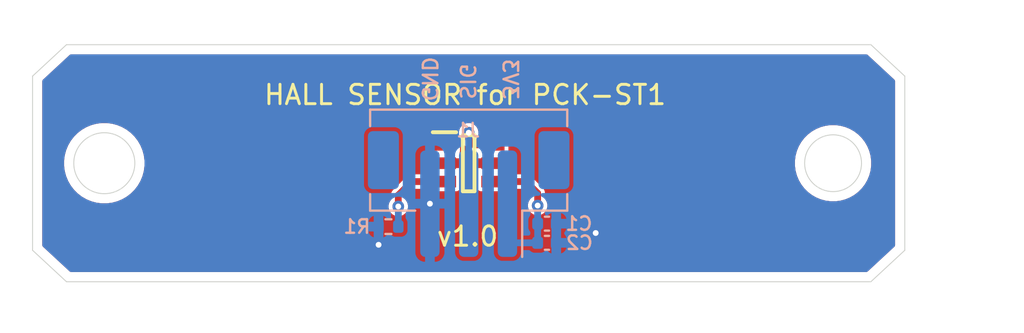
<source format=kicad_pcb>
(kicad_pcb (version 20241229) (generator "pcbnew") (generator_version "9.0")
  (layers (0 "F.Cu" signal) (2 "B.Cu" signal) (13 "F.Paste" user) (15 "B.Paste" user) (5 "F.SilkS" user "F.Silkscreen") (7 "B.SilkS" user "B.Silkscreen") (1 "F.Mask" user) (3 "B.Mask" user) (25 "Edge.Cuts" user))
  (net 0 "")
  (net 1 "GND")
  (net 2 "Net-(IC1-OUT)")
  (net 3 "Net-(IC1-ADJ)")
  (net 5 "+3V3")
  (footprint "SamacSys_Parts.pretty:SOT95P280X145-6N" (layer "F.Cu") (at 100 100)
    (property "Reference" "IC1" (hide yes))
    (property "Value" "TMAG5328A1ZQDBVR" (hide yes))
    (fp_line (start -1.85 -1.6) (end -0.65 -1.6) (stroke (width 0.2)) (layer "F.SilkS"))
    (fp_line (start -0.3 -1.45) (end 0.3 -1.45) (stroke (width 0.2)) (layer "F.SilkS"))
    (fp_line (start -0.3 1.45) (end -0.3 -1.45) (stroke (width 0.2)) (layer "F.SilkS"))
    (fp_line (start 0.3 -1.45) (end 0.3 1.45) (stroke (width 0.2)) (layer "F.SilkS"))
    (fp_line (start 0.3 1.45) (end -0.3 1.45) (stroke (width 0.2)) (layer "F.SilkS"))
    (pad "1" smd rect (at -1.25 -0.95 90) (size 0.6 1.2) (layers "F.Cu" "F.Mask" "F.Paste"))
    (pad "2" smd rect (at -1.25 0 90) (size 0.6 1.2) (layers "F.Cu" "F.Mask" "F.Paste") (net 1 "GND"))
    (pad "3" smd rect (at -1.25 0.95 90) (size 0.6 1.2) (layers "F.Cu" "F.Mask" "F.Paste") (net 3 "Net-(IC1-ADJ)"))
    (pad "4" smd rect (at 1.25 0.95 90) (size 0.6 1.2) (layers "F.Cu" "F.Mask" "F.Paste") (net 5 "+3V3"))
    (pad "5" smd rect (at 1.25 0 90) (size 0.6 1.2) (layers "F.Cu" "F.Mask" "F.Paste") (net 1 "GND"))
    (pad "6" smd rect (at 1.25 -0.95 90) (size 0.6 1.2) (layers "F.Cu" "F.Mask" "F.Paste") (net 2 "Net-(IC1-OUT)"))
  )
  (footprint "Connector_JST:JST_PH_B3B-PH-SM4-TB_1x03-1MP_P2.00mm_Vertical" (layer "B.Cu") (at 100 101.592 180)
    (property "Reference" "J1" (at 0.0256 3.294 0) (layer "B.SilkS") (effects (font (size 0.7 0.7) (thickness 0.125)) (justify mirror)))
    (property "Value" "Conn_01x03")
    (fp_line (start 5.085 4.36) (end 5.085 3.51) (stroke (width 0.12)) (layer "B.SilkS"))
    (fp_line (start 5.085 -0.01) (end 5.085 -0.86) (stroke (width 0.12)) (layer "B.SilkS"))
    (fp_line (start 5.085 -0.86) (end 2.76 -0.86) (stroke (width 0.12)) (layer "B.SilkS"))
    (fp_line (start -2.76 -0.86) (end -2.76 -3.25) (stroke (width 0.12)) (layer "B.SilkS"))
    (fp_line (start -5.085 4.36) (end 5.085 4.36) (stroke (width 0.12)) (layer "B.SilkS"))
    (fp_line (start -5.085 3.51) (end -5.085 4.36) (stroke (width 0.12)) (layer "B.SilkS"))
    (fp_line (start -5.085 -0.01) (end -5.085 -0.86) (stroke (width 0.12)) (layer "B.SilkS"))
    (fp_line (start -5.085 -0.86) (end -2.76 -0.86) (stroke (width 0.12)) (layer "B.SilkS"))
    (pad "1" smd roundrect (at -2 -0.5 180) (size 1 5.5) (layers "B.Cu" "B.Mask" "B.Paste") (net 5 "+3V3"))
    (pad "2" smd roundrect (at 0 -0.5 180) (size 1 5.5) (layers "B.Cu" "B.Mask" "B.Paste") (net 2 "Net-(IC1-OUT)"))
    (pad "3" smd roundrect (at 2 -0.5 180) (size 1 5.5) (layers "B.Cu" "B.Mask" "B.Paste") (net 1 "GND"))
    (pad "MP" smd roundrect (at -4.4 1.75 180) (size 1.6 3) (layers "B.Cu" "B.Mask" "B.Paste") (roundrect_rratio 0.15625))
    (pad "MP" smd roundrect (at 4.4 1.75 180) (size 1.6 3) (layers "B.Cu" "B.Mask" "B.Paste") (roundrect_rratio 0.15625))
  )
  (footprint "Capacitor_SMD:C_0402_1005Metric" (layer "B.Cu") (at 104.0384 103.124)
    (property "Reference" "C1" (at 1.651 0 180) (layer "B.SilkS") (effects (font (size 0.7 0.7) (thickness 0.125)) (justify mirror)))
    (property "Value" "1uF")
    (fp_line (start -0.107836 -0.36) (end 0.107836 -0.36) (stroke (width 0.12)) (layer "B.SilkS"))
    (fp_line (start -0.107836 0.36) (end 0.107836 0.36) (stroke (width 0.12)) (layer "B.SilkS"))
    (pad "1" smd roundrect (at -0.48 0) (size 0.56 0.62) (layers "B.Cu" "B.Mask" "B.Paste") (net 5 "+3V3"))
    (pad "2" smd roundrect (at 0.48 0) (size 0.56 0.62) (layers "B.Cu" "B.Mask" "B.Paste") (net 1 "GND"))
  )
  (footprint "Resistor_SMD:R_0402_1005Metric" (layer "B.Cu") (at 95.8596 103.2764 180)
    (property "Reference" "R1" (at 1.6256 0 0) (layer "B.SilkS") (effects (font (size 0.7 0.7) (thickness 0.125)) (justify mirror)))
    (property "Value" "TBD")
    (fp_line (start -0.153641 0.38) (end 0.153641 0.38) (stroke (width 0.12)) (layer "B.SilkS"))
    (fp_line (start -0.153641 -0.38) (end 0.153641 -0.38) (stroke (width 0.12)) (layer "B.SilkS"))
    (pad "1" smd roundrect (at -0.51 0 180) (size 0.54 0.64) (layers "B.Cu" "B.Mask" "B.Paste") (net 3 "Net-(IC1-ADJ)"))
    (pad "2" smd roundrect (at 0.51 0 180) (size 0.54 0.64) (layers "B.Cu" "B.Mask" "B.Paste") (net 1 "GND"))
  )
  (footprint "Capacitor_SMD:C_0402_1005Metric" (layer "B.Cu") (at 104.0384 104.1146)
    (property "Reference" "C2" (at 1.6764 0 0) (layer "B.SilkS") (effects (font (size 0.7 0.7) (thickness 0.125)) (justify mirror)))
    (property "Value" "100nF")
    (fp_line (start -0.107836 -0.36) (end 0.107836 -0.36) (stroke (width 0.12)) (layer "B.SilkS"))
    (fp_line (start -0.107836 0.36) (end 0.107836 0.36) (stroke (width 0.12)) (layer "B.SilkS"))
    (pad "1" smd roundrect (at -0.48 0) (size 0.56 0.62) (layers "B.Cu" "B.Mask" "B.Paste") (net 5 "+3V3"))
    (pad "2" smd roundrect (at 0.48 0) (size 0.56 0.62) (layers "B.Cu" "B.Mask" "B.Paste") (net 1 "GND"))
  )
  (gr_circle (center 118.8 100) (end 120.267679 100) (stroke (width 0.05)) (fill no) (layer "Edge.Cuts"))
  (gr_line (start 79.25 93.875) (end 120.75 93.875) (stroke (width 0.05)) (layer "Edge.Cuts"))
  (gr_line (start 77.5 95.5) (end 79.25 93.875) (stroke (width 0.05)) (layer "Edge.Cuts"))
  (gr_line (start 120.75 106.125) (end 79.25 106.125) (stroke (width 0.05)) (layer "Edge.Cuts"))
  (gr_line (start 120.75 93.875) (end 122.5 95.5) (stroke (width 0.05)) (layer "Edge.Cuts"))
  (gr_line (start 77.5 104.5) (end 79.25 106.125) (stroke (width 0.05)) (layer "Edge.Cuts"))
  (gr_line (start 77.5 104.5) (end 77.5 95.5) (stroke (width 0.05)) (layer "Edge.Cuts"))
  (gr_line (start 120.75 106.125) (end 122.5 104.5) (stroke (width 0.05)) (layer "Edge.Cuts"))
  (gr_line (start 122.5 95.5) (end 122.5 104.5) (stroke (width 0.05)) (layer "Edge.Cuts"))
  (gr_circle (center 81.2 100) (end 82.7748 100) (stroke (width 0.05)) (fill no) (layer "Edge.Cuts"))
  (gr_text "v1.0" (at 98.2726 104.3686 0) (layer "F.SilkS") (effects (font (size 1 1)) (justify left bottom)))
  (gr_text "HALL SENSOR for PCK-ST1" (at 89.3572 97.0534 0) (layer "F.SilkS") (effects (font (size 1 1)) (justify left bottom)))
  (gr_text "SIG" (at 99.4918 96.774 270) (layer "B.SilkS") (effects (font (size 0.75 0.75) (thickness 0.125) (bold yes)) (justify left bottom mirror)))
  (gr_text "GND" (at 97.536 96.8756 270) (layer "B.SilkS") (effects (font (size 0.75 0.75) (thickness 0.125) (bold yes)) (justify left bottom mirror)))
  (gr_text "3V3" (at 101.7016 96.774 270) (layer "B.SilkS") (effects (font (size 0.75 0.75) (thickness 0.125) (bold yes)) (justify left bottom mirror)))
  (segment (start 98.7224 99.9724) (end 98.75 100) (width 0.25) (layer "F.Cu") (net 1))
  (via (at 95.3516 104.2162) (size 0.6) (drill 0.3) (layers "F.Cu" "B.Cu") (net 1))
  (via (at 106.553 103.6066) (size 0.6) (drill 0.3) (layers "F.Cu" "B.Cu") (net 1))
  (via (at 98 102.092) (size 0.6) (drill 0.3) (layers "F.Cu" "B.Cu") (net 1))
  (segment (start 100 98.425) (end 99.9998 98.4252) (width 0.35) (layer "F.Cu") (net 2))
  (segment (start 99.9998 98.7606) (end 100.2892 99.05) (width 0.35) (layer "F.Cu") (net 2))
  (segment (start 99.9998 98.4252) (end 99.9998 98.7606) (width 0.35) (layer "F.Cu") (net 2))
  (segment (start 100.2892 99.05) (end 101.25 99.05) (width 0.35) (layer "F.Cu") (net 2))
  (via (at 100 98.425) (size 0.6) (drill 0.3) (layers "F.Cu" "B.Cu") (net 2))
  (segment (start 100 98.425) (end 100 102.092) (width 0.35) (layer "B.Cu") (net 2))
  (segment (start 96.3676 102.235) (end 96.3676 101.6508) (width 0.35) (layer "F.Cu") (net 3))
  (segment (start 97.0684 100.95) (end 98.75 100.95) (width 0.35) (layer "F.Cu") (net 3))
  (segment (start 98.7076 100.9924) (end 98.75 100.95) (width 0.35) (layer "F.Cu") (net 3))
  (segment (start 96.3676 101.6508) (end 97.0684 100.95) (width 0.35) (layer "F.Cu") (net 3))
  (via (at 96.3676 102.235) (size 0.6) (drill 0.3) (layers "F.Cu" "B.Cu") (net 3))
  (segment (start 96.3696 102.3092) (end 96.3696 103.2764) (width 0.35) (layer "B.Cu") (net 3))
  (segment (start 96.3676 102.235) (end 96.3676 102.3072) (width 0.35) (layer "B.Cu") (net 3))
  (segment (start 96.3676 102.3072) (end 96.3696 102.3092) (width 0.35) (layer "B.Cu") (net 3))
  (segment (start 102.9566 100.95) (end 101.25 100.95) (width 0.35) (layer "F.Cu") (net 5))
  (segment (start 103.5584 101.5518) (end 102.9566 100.95) (width 0.35) (layer "F.Cu") (net 5))
  (segment (start 103.5584 102.1868) (end 103.5584 101.5518) (width 0.35) (layer "F.Cu") (net 5))
  (via (at 103.5584 102.1868) (size 0.6) (drill 0.3) (layers "F.Cu" "B.Cu") (net 5))
  (segment (start 103.5584 104.1146) (end 103.5584 103.124) (width 0.35) (layer "B.Cu") (net 5))
  (segment (start 102 102.092) (end 102 103.9558) (width 0.35) (layer "B.Cu") (net 5))
  (segment (start 102.1588 104.1146) (end 103.5584 104.1146) (width 0.35) (layer "B.Cu") (net 5))
  (segment (start 103.5584 102.1868) (end 103.5584 103.124) (width 0.35) (layer "B.Cu") (net 5))
  (segment (start 102 103.9558) (end 102.1588 104.1146) (width 0.35) (layer "B.Cu") (net 5))
  (zone (net 1) (net_name "GND") (layers "F.Cu" "B.Cu") (connect_pads (clearance 0.2)) (min_thickness 0.2) (fill yes (thermal_gap 0.25) (thermal_bridge_width 0.5))
    (polygon (pts (xy 75.819 92.9386) (xy 75.9714 108.1278) (xy 128.651 108.7628) (xy 126.4666 91.567)))
  )
)
</source>
